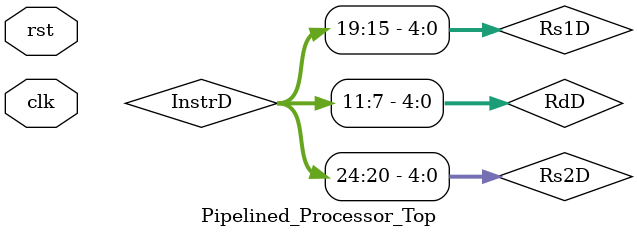
<source format=v>
module Pipelined_Processor_Top(input wire clk, rst);

  // IF Stage wires
  wire [31:0] PCF, PCPlus4F, InstrD;
  wire StallF;

  // ID Stage wires
  wire [31:0] PCD, RD1, RD2, ImmExtD, PCPlus4D;
  wire [4:0] Rs1D, Rs2D, RdD;
  wire RegWriteD, MemWriteD, BranchD, JumpD;
  wire [1:0] ResultSrcD, ImmSrcD;
  wire [2:0] ALUControlD;
  wire StallD, FlushD;

  // EX Stage wires
  wire [31:0] RD1E, RD2E, ImmExtE, PCPlus4E, SrcAE, SrcBE, ALUResultE, WriteDataE, PCTargetE;
  wire [4:0] Rs1E, Rs2E, RdE;
  wire [2:0] ALUControlE;
  wire [1:0] ForwardAE, ForwardBE;
  wire RegWriteE, MemWriteE, BranchE, JumpE, ZeroE, PCSrcE;
  wire [1:0] ResultSrcE;

  // MEM Stage wires
  wire [31:0] ALUResultM, WriteDataM, ReadDataW, PCPlus4M;
  wire [4:0] RdM;
  wire RegWriteM, MemWriteM;
  wire [1:0] ResultSrcM;

  // WB Stage wires
  wire [31:0] ResultW, PCPlus4W;
  wire [4:0] RdW;
  wire RegWriteW;
  wire [1:0] ResultSrcW;

  // PC Logic
  PC_Module pc(.clk(clk), .rst(rst), .EN(~StallF), .PC_Next(PCSrcE ? PCTargetE : PCPlus4F), .PC(PCF));

  // Instruction Memory
  Instruction_Memory imem(.rst(rst), .A(PCF), .RD(InstrD));

  // Adder for PC+4
  Adder pc_adder(.a(PCF), .b(32'd4), .c(PCPlus4F));

  // IF/ID pipeline register
  IF_ID_Register if_id(
    .clk(clk), .rst(rst), .EN(~StallD), .Flush(FlushD),
    .PCF(PCF), .InstrF(InstrD), .PCPlus4F(PCPlus4F),
    .PCD(PCD), .InstrD(), .PCPlus4D(PCPlus4D)
  );

  // Instruction fields
  assign Rs1D = InstrD[19:15];
  assign Rs2D = InstrD[24:20];
  assign RdD  = InstrD[11:7];

  // Control Unit
  Control_Unit cu(
    .op(InstrD[6:0]), .funct3(InstrD[14:12]), .funct7(InstrD[30]),
    .RegWrite(RegWriteD), .ResultSrc(ResultSrcD), .MemWrite(MemWriteD),
    .Jump(JumpD), .Branch(BranchD), .ALUControl(ALUControlD), .ALUSrc(ALUSrcD),
    .ImmSrc(ImmSrcD)
  );

  // Register File
  Register_File rf(
    .clk(clk), .A1(Rs1D), .A2(Rs2D), .A3(RdW), .WD3(ResultW), .WE3(RegWriteW),
    .RD1(RD1), .RD2(RD2)
  );

  // Sign Extension
  Extend imm_ext(.Instr(InstrD), .ImmSrc(ImmSrcD), .ImmExt(ImmExtD));

  // Hazard Unit
  Hazard_Unit hazard(
    .Rs1D(Rs1D), .Rs2D(Rs2D), .Rs1E(Rs1E), .Rs2E(Rs2E), .RdE(RdE), .RegWriteE(RegWriteE),
    .RdM(RdM), .RegWriteM(RegWriteM), .RdW(RdW), .RegWriteW(RegWriteW),
    .StallF(StallF), .StallD(StallD), .FlushD(FlushD),
    .ForwardAE(ForwardAE), .ForwardBE(ForwardBE)
  );

  // ID/EX Register
  ID_EX_Register id_ex(
    .clk(clk), .RegWriteD(RegWriteD), .ResultSrcD(ResultSrcD), .MemWriteD(MemWriteD),
    .JumpD(JumpD), .BranchD(BranchD), .ALUControlD(ALUControlD),
    .ALUSrcD(ALUSrcD), .RD1(RD1), .RD2(RD2), .ImmExtD(ImmExtD), .Rs1D(Rs1D), .Rs2D(Rs2D),
    .RdD(RdD), .PCPlus4D(PCPlus4D),
    .RegWriteE(RegWriteE), .ResultSrcE(ResultSrcE), .MemWriteE(MemWriteE),
    .JumpE(JumpE), .BranchE(BranchE), .ALUControlE(ALUControlE),
    .ALUSrcE(ALUSrcE), .RD1E(RD1E), .RD2E(RD2E), .ImmExtE(ImmExtE),
    .Rs1E(Rs1E), .Rs2E(Rs2E), .RdE(RdE), .PCPlus4E(PCPlus4E)
  );

  // Forwarding Muxes and ALU
  Mux3to1 srcA_mux(.sel(ForwardAE), .in0(RD1E), .in1(ResultW), .in2(ALUResultM), .out(SrcAE));
  Mux3to1 srcB_mux(.sel(ForwardBE), .in0(RD2E), .in1(ResultW), .in2(ALUResultM), .out(WriteDataE));
  Mux2to1 srcB_final(.sel(ALUSrcE), .in0(WriteDataE), .in1(ImmExtE), .out(SrcBE));
  ALU alu(.A(SrcAE), .B(SrcBE), .ALUControl(ALUControlE), .Result(ALUResultE), .Zero(ZeroE));
  Adder branch_adder(.a(PCPlus4E), .b(ImmExtE), .c(PCTargetE));
  assign PCSrcE = BranchE & ZeroE | JumpE;

  // EX/MEM Register
  EX_MEM_Register ex_mem(
    .clk(clk), .RegWriteE(RegWriteE), .ResultSrcE(ResultSrcE), .MemWriteE(MemWriteE),
    .ALUResultE(ALUResultE), .WriteDataE(WriteDataE), .RdE(RdE), .PCPlus4E(PCPlus4E),
    .RegWriteM(RegWriteM), .ResultSrcM(ResultSrcM), .MemWriteM(MemWriteM),
    .ALUResultM(ALUResultM), .WriteDataM(WriteDataM), .RdM(RdM), .PCPlus4M(PCPlus4M)
  );

  // Data Memory
  Data_Memory dmem(.clk(clk), .WE(MemWriteM), .A(ALUResultM), .WD(WriteDataM), .RD(ReadDataW));

  // MEM/WB Register
  MEM_WB_Register mem_wb(
    .clk(clk), .RegWriteM(RegWriteM), .ResultSrcM(ResultSrcM), .RdM(RdM),
    .ReadDataW(ReadDataW), .ALUResultM(ALUResultM), .PCPlus4M(PCPlus4M),
    .RegWriteW(RegWriteW), .ResultSrcW(ResultSrcW), .RdW(RdW),
    .ResultW(ResultW), .PCPlus4W(PCPlus4W)
  );

  // Writeback result mux
  Mux3to1 result_mux(
  .sel(ResultSrcW), .in0(ALUResultM), .in1(ReadDataW), .in2(PCPlus4W),
  .out(ResultW)
);


endmodule

</source>
